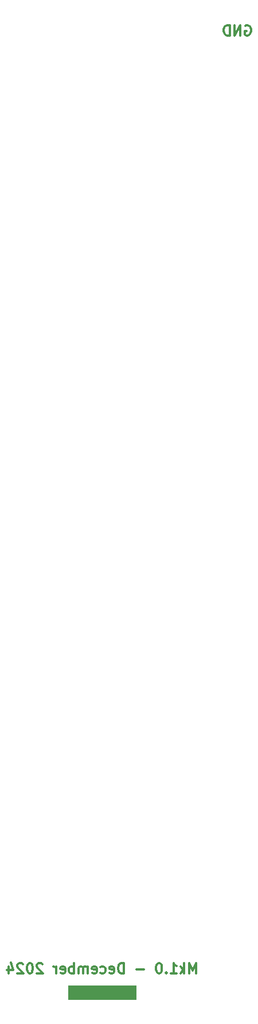
<source format=gbo>
%TF.GenerationSoftware,KiCad,Pcbnew,8.0.5*%
%TF.CreationDate,2024-12-03T23:29:58+01:00*%
%TF.ProjectId,DMH_Multiverter_PANEL,444d485f-4d75-46c7-9469-766572746572,rev?*%
%TF.SameCoordinates,Original*%
%TF.FileFunction,Legend,Bot*%
%TF.FilePolarity,Positive*%
%FSLAX46Y46*%
G04 Gerber Fmt 4.6, Leading zero omitted, Abs format (unit mm)*
G04 Created by KiCad (PCBNEW 8.0.5) date 2024-12-03 23:29:58*
%MOMM*%
%LPD*%
G01*
G04 APERTURE LIST*
%ADD10C,0.100000*%
%ADD11C,0.300000*%
%ADD12C,12.000000*%
%ADD13C,0.500000*%
%ADD14C,4.000000*%
%ADD15R,5.000000X10.000000*%
G04 APERTURE END LIST*
D10*
X70000000Y-225450000D02*
X80000000Y-225450000D01*
X80000000Y-227450000D01*
X70000000Y-227450000D01*
X70000000Y-225450000D01*
G36*
X70000000Y-225450000D02*
G01*
X80000000Y-225450000D01*
X80000000Y-227450000D01*
X70000000Y-227450000D01*
X70000000Y-225450000D01*
G37*
D11*
X88857141Y-223628328D02*
X88857141Y-222128328D01*
X88857141Y-222128328D02*
X88357141Y-223199757D01*
X88357141Y-223199757D02*
X87857141Y-222128328D01*
X87857141Y-222128328D02*
X87857141Y-223628328D01*
X87142855Y-223628328D02*
X87142855Y-222128328D01*
X86999998Y-223056900D02*
X86571426Y-223628328D01*
X86571426Y-222628328D02*
X87142855Y-223199757D01*
X85142854Y-223628328D02*
X85999997Y-223628328D01*
X85571426Y-223628328D02*
X85571426Y-222128328D01*
X85571426Y-222128328D02*
X85714283Y-222342614D01*
X85714283Y-222342614D02*
X85857140Y-222485471D01*
X85857140Y-222485471D02*
X85999997Y-222556900D01*
X84499998Y-223485471D02*
X84428569Y-223556900D01*
X84428569Y-223556900D02*
X84499998Y-223628328D01*
X84499998Y-223628328D02*
X84571426Y-223556900D01*
X84571426Y-223556900D02*
X84499998Y-223485471D01*
X84499998Y-223485471D02*
X84499998Y-223628328D01*
X83499997Y-222128328D02*
X83357140Y-222128328D01*
X83357140Y-222128328D02*
X83214283Y-222199757D01*
X83214283Y-222199757D02*
X83142855Y-222271185D01*
X83142855Y-222271185D02*
X83071426Y-222414042D01*
X83071426Y-222414042D02*
X82999997Y-222699757D01*
X82999997Y-222699757D02*
X82999997Y-223056900D01*
X82999997Y-223056900D02*
X83071426Y-223342614D01*
X83071426Y-223342614D02*
X83142855Y-223485471D01*
X83142855Y-223485471D02*
X83214283Y-223556900D01*
X83214283Y-223556900D02*
X83357140Y-223628328D01*
X83357140Y-223628328D02*
X83499997Y-223628328D01*
X83499997Y-223628328D02*
X83642855Y-223556900D01*
X83642855Y-223556900D02*
X83714283Y-223485471D01*
X83714283Y-223485471D02*
X83785712Y-223342614D01*
X83785712Y-223342614D02*
X83857140Y-223056900D01*
X83857140Y-223056900D02*
X83857140Y-222699757D01*
X83857140Y-222699757D02*
X83785712Y-222414042D01*
X83785712Y-222414042D02*
X83714283Y-222271185D01*
X83714283Y-222271185D02*
X83642855Y-222199757D01*
X83642855Y-222199757D02*
X83499997Y-222128328D01*
X81214284Y-223056900D02*
X80071427Y-223056900D01*
X78214284Y-223628328D02*
X78214284Y-222128328D01*
X78214284Y-222128328D02*
X77857141Y-222128328D01*
X77857141Y-222128328D02*
X77642855Y-222199757D01*
X77642855Y-222199757D02*
X77499998Y-222342614D01*
X77499998Y-222342614D02*
X77428569Y-222485471D01*
X77428569Y-222485471D02*
X77357141Y-222771185D01*
X77357141Y-222771185D02*
X77357141Y-222985471D01*
X77357141Y-222985471D02*
X77428569Y-223271185D01*
X77428569Y-223271185D02*
X77499998Y-223414042D01*
X77499998Y-223414042D02*
X77642855Y-223556900D01*
X77642855Y-223556900D02*
X77857141Y-223628328D01*
X77857141Y-223628328D02*
X78214284Y-223628328D01*
X76142855Y-223556900D02*
X76285712Y-223628328D01*
X76285712Y-223628328D02*
X76571427Y-223628328D01*
X76571427Y-223628328D02*
X76714284Y-223556900D01*
X76714284Y-223556900D02*
X76785712Y-223414042D01*
X76785712Y-223414042D02*
X76785712Y-222842614D01*
X76785712Y-222842614D02*
X76714284Y-222699757D01*
X76714284Y-222699757D02*
X76571427Y-222628328D01*
X76571427Y-222628328D02*
X76285712Y-222628328D01*
X76285712Y-222628328D02*
X76142855Y-222699757D01*
X76142855Y-222699757D02*
X76071427Y-222842614D01*
X76071427Y-222842614D02*
X76071427Y-222985471D01*
X76071427Y-222985471D02*
X76785712Y-223128328D01*
X74785713Y-223556900D02*
X74928570Y-223628328D01*
X74928570Y-223628328D02*
X75214284Y-223628328D01*
X75214284Y-223628328D02*
X75357141Y-223556900D01*
X75357141Y-223556900D02*
X75428570Y-223485471D01*
X75428570Y-223485471D02*
X75499998Y-223342614D01*
X75499998Y-223342614D02*
X75499998Y-222914042D01*
X75499998Y-222914042D02*
X75428570Y-222771185D01*
X75428570Y-222771185D02*
X75357141Y-222699757D01*
X75357141Y-222699757D02*
X75214284Y-222628328D01*
X75214284Y-222628328D02*
X74928570Y-222628328D01*
X74928570Y-222628328D02*
X74785713Y-222699757D01*
X73571427Y-223556900D02*
X73714284Y-223628328D01*
X73714284Y-223628328D02*
X73999999Y-223628328D01*
X73999999Y-223628328D02*
X74142856Y-223556900D01*
X74142856Y-223556900D02*
X74214284Y-223414042D01*
X74214284Y-223414042D02*
X74214284Y-222842614D01*
X74214284Y-222842614D02*
X74142856Y-222699757D01*
X74142856Y-222699757D02*
X73999999Y-222628328D01*
X73999999Y-222628328D02*
X73714284Y-222628328D01*
X73714284Y-222628328D02*
X73571427Y-222699757D01*
X73571427Y-222699757D02*
X73499999Y-222842614D01*
X73499999Y-222842614D02*
X73499999Y-222985471D01*
X73499999Y-222985471D02*
X74214284Y-223128328D01*
X72857142Y-223628328D02*
X72857142Y-222628328D01*
X72857142Y-222771185D02*
X72785713Y-222699757D01*
X72785713Y-222699757D02*
X72642856Y-222628328D01*
X72642856Y-222628328D02*
X72428570Y-222628328D01*
X72428570Y-222628328D02*
X72285713Y-222699757D01*
X72285713Y-222699757D02*
X72214285Y-222842614D01*
X72214285Y-222842614D02*
X72214285Y-223628328D01*
X72214285Y-222842614D02*
X72142856Y-222699757D01*
X72142856Y-222699757D02*
X71999999Y-222628328D01*
X71999999Y-222628328D02*
X71785713Y-222628328D01*
X71785713Y-222628328D02*
X71642856Y-222699757D01*
X71642856Y-222699757D02*
X71571427Y-222842614D01*
X71571427Y-222842614D02*
X71571427Y-223628328D01*
X70857142Y-223628328D02*
X70857142Y-222128328D01*
X70857142Y-222699757D02*
X70714285Y-222628328D01*
X70714285Y-222628328D02*
X70428570Y-222628328D01*
X70428570Y-222628328D02*
X70285713Y-222699757D01*
X70285713Y-222699757D02*
X70214285Y-222771185D01*
X70214285Y-222771185D02*
X70142856Y-222914042D01*
X70142856Y-222914042D02*
X70142856Y-223342614D01*
X70142856Y-223342614D02*
X70214285Y-223485471D01*
X70214285Y-223485471D02*
X70285713Y-223556900D01*
X70285713Y-223556900D02*
X70428570Y-223628328D01*
X70428570Y-223628328D02*
X70714285Y-223628328D01*
X70714285Y-223628328D02*
X70857142Y-223556900D01*
X68928570Y-223556900D02*
X69071427Y-223628328D01*
X69071427Y-223628328D02*
X69357142Y-223628328D01*
X69357142Y-223628328D02*
X69499999Y-223556900D01*
X69499999Y-223556900D02*
X69571427Y-223414042D01*
X69571427Y-223414042D02*
X69571427Y-222842614D01*
X69571427Y-222842614D02*
X69499999Y-222699757D01*
X69499999Y-222699757D02*
X69357142Y-222628328D01*
X69357142Y-222628328D02*
X69071427Y-222628328D01*
X69071427Y-222628328D02*
X68928570Y-222699757D01*
X68928570Y-222699757D02*
X68857142Y-222842614D01*
X68857142Y-222842614D02*
X68857142Y-222985471D01*
X68857142Y-222985471D02*
X69571427Y-223128328D01*
X68214285Y-223628328D02*
X68214285Y-222628328D01*
X68214285Y-222914042D02*
X68142856Y-222771185D01*
X68142856Y-222771185D02*
X68071428Y-222699757D01*
X68071428Y-222699757D02*
X67928570Y-222628328D01*
X67928570Y-222628328D02*
X67785713Y-222628328D01*
X66214285Y-222271185D02*
X66142857Y-222199757D01*
X66142857Y-222199757D02*
X66000000Y-222128328D01*
X66000000Y-222128328D02*
X65642857Y-222128328D01*
X65642857Y-222128328D02*
X65500000Y-222199757D01*
X65500000Y-222199757D02*
X65428571Y-222271185D01*
X65428571Y-222271185D02*
X65357142Y-222414042D01*
X65357142Y-222414042D02*
X65357142Y-222556900D01*
X65357142Y-222556900D02*
X65428571Y-222771185D01*
X65428571Y-222771185D02*
X66285714Y-223628328D01*
X66285714Y-223628328D02*
X65357142Y-223628328D01*
X64428571Y-222128328D02*
X64285714Y-222128328D01*
X64285714Y-222128328D02*
X64142857Y-222199757D01*
X64142857Y-222199757D02*
X64071429Y-222271185D01*
X64071429Y-222271185D02*
X64000000Y-222414042D01*
X64000000Y-222414042D02*
X63928571Y-222699757D01*
X63928571Y-222699757D02*
X63928571Y-223056900D01*
X63928571Y-223056900D02*
X64000000Y-223342614D01*
X64000000Y-223342614D02*
X64071429Y-223485471D01*
X64071429Y-223485471D02*
X64142857Y-223556900D01*
X64142857Y-223556900D02*
X64285714Y-223628328D01*
X64285714Y-223628328D02*
X64428571Y-223628328D01*
X64428571Y-223628328D02*
X64571429Y-223556900D01*
X64571429Y-223556900D02*
X64642857Y-223485471D01*
X64642857Y-223485471D02*
X64714286Y-223342614D01*
X64714286Y-223342614D02*
X64785714Y-223056900D01*
X64785714Y-223056900D02*
X64785714Y-222699757D01*
X64785714Y-222699757D02*
X64714286Y-222414042D01*
X64714286Y-222414042D02*
X64642857Y-222271185D01*
X64642857Y-222271185D02*
X64571429Y-222199757D01*
X64571429Y-222199757D02*
X64428571Y-222128328D01*
X63357143Y-222271185D02*
X63285715Y-222199757D01*
X63285715Y-222199757D02*
X63142858Y-222128328D01*
X63142858Y-222128328D02*
X62785715Y-222128328D01*
X62785715Y-222128328D02*
X62642858Y-222199757D01*
X62642858Y-222199757D02*
X62571429Y-222271185D01*
X62571429Y-222271185D02*
X62500000Y-222414042D01*
X62500000Y-222414042D02*
X62500000Y-222556900D01*
X62500000Y-222556900D02*
X62571429Y-222771185D01*
X62571429Y-222771185D02*
X63428572Y-223628328D01*
X63428572Y-223628328D02*
X62500000Y-223628328D01*
X61214287Y-222628328D02*
X61214287Y-223628328D01*
X61571429Y-222056900D02*
X61928572Y-223128328D01*
X61928572Y-223128328D02*
X61000001Y-223128328D01*
X96142856Y-83999757D02*
X96285714Y-83928328D01*
X96285714Y-83928328D02*
X96499999Y-83928328D01*
X96499999Y-83928328D02*
X96714285Y-83999757D01*
X96714285Y-83999757D02*
X96857142Y-84142614D01*
X96857142Y-84142614D02*
X96928571Y-84285471D01*
X96928571Y-84285471D02*
X96999999Y-84571185D01*
X96999999Y-84571185D02*
X96999999Y-84785471D01*
X96999999Y-84785471D02*
X96928571Y-85071185D01*
X96928571Y-85071185D02*
X96857142Y-85214042D01*
X96857142Y-85214042D02*
X96714285Y-85356900D01*
X96714285Y-85356900D02*
X96499999Y-85428328D01*
X96499999Y-85428328D02*
X96357142Y-85428328D01*
X96357142Y-85428328D02*
X96142856Y-85356900D01*
X96142856Y-85356900D02*
X96071428Y-85285471D01*
X96071428Y-85285471D02*
X96071428Y-84785471D01*
X96071428Y-84785471D02*
X96357142Y-84785471D01*
X95428571Y-85428328D02*
X95428571Y-83928328D01*
X95428571Y-83928328D02*
X94571428Y-85428328D01*
X94571428Y-85428328D02*
X94571428Y-83928328D01*
X93857142Y-85428328D02*
X93857142Y-83928328D01*
X93857142Y-83928328D02*
X93499999Y-83928328D01*
X93499999Y-83928328D02*
X93285713Y-83999757D01*
X93285713Y-83999757D02*
X93142856Y-84142614D01*
X93142856Y-84142614D02*
X93071427Y-84285471D01*
X93071427Y-84285471D02*
X92999999Y-84571185D01*
X92999999Y-84571185D02*
X92999999Y-84785471D01*
X92999999Y-84785471D02*
X93071427Y-85071185D01*
X93071427Y-85071185D02*
X93142856Y-85214042D01*
X93142856Y-85214042D02*
X93285713Y-85356900D01*
X93285713Y-85356900D02*
X93499999Y-85428328D01*
X93499999Y-85428328D02*
X93857142Y-85428328D01*
%LPC*%
D12*
%TO.C,H10*%
X83000000Y-97000000D03*
%TD*%
%TO.C,H7*%
X83000000Y-58750000D03*
%TD*%
D13*
%TO.C,H18*%
X69300000Y-159250000D03*
X70960000Y-155220000D03*
X70970000Y-163290000D03*
X75000000Y-153550000D03*
D12*
X75000000Y-159250000D03*
D13*
X75000000Y-164950000D03*
X79030000Y-163290000D03*
X79040000Y-155220000D03*
X80700000Y-159250000D03*
%TD*%
D14*
%TO.C,H3*%
X53500000Y-226500000D03*
%TD*%
D13*
%TO.C,H23*%
X52800000Y-192250000D03*
X54460000Y-188220000D03*
X54470000Y-196290000D03*
X58500000Y-186550000D03*
D12*
X58500000Y-192250000D03*
D13*
X58500000Y-197950000D03*
X62530000Y-196290000D03*
X62540000Y-188220000D03*
X64200000Y-192250000D03*
%TD*%
%TO.C,H27*%
X69300000Y-208750000D03*
X70960000Y-204720000D03*
X70970000Y-212790000D03*
X75000000Y-203050000D03*
D12*
X75000000Y-208750000D03*
D13*
X75000000Y-214450000D03*
X79030000Y-212790000D03*
X79040000Y-204720000D03*
X80700000Y-208750000D03*
%TD*%
%TO.C,H12*%
X69300000Y-126250000D03*
X70960000Y-122220000D03*
X70970000Y-130290000D03*
X75000000Y-120550000D03*
D12*
X75000000Y-126250000D03*
D13*
X75000000Y-131950000D03*
X79030000Y-130290000D03*
X79040000Y-122220000D03*
X80700000Y-126250000D03*
%TD*%
%TO.C,H5*%
X52800000Y-50000000D03*
X54460000Y-45970000D03*
X54470000Y-54040000D03*
X58500000Y-44300000D03*
D12*
X58500000Y-50000000D03*
D13*
X58500000Y-55700000D03*
X62530000Y-54040000D03*
X62540000Y-45970000D03*
X64200000Y-50000000D03*
%TD*%
%TO.C,H22*%
X85800000Y-175750000D03*
X87460000Y-171720000D03*
X87470000Y-179790000D03*
X91500000Y-170050000D03*
D12*
X91500000Y-175750000D03*
D13*
X91500000Y-181450000D03*
X95530000Y-179790000D03*
X95540000Y-171720000D03*
X97200000Y-175750000D03*
%TD*%
%TO.C,H15*%
X69300000Y-142750000D03*
X70960000Y-138720000D03*
X70970000Y-146790000D03*
X75000000Y-137050000D03*
D12*
X75000000Y-142750000D03*
D13*
X75000000Y-148450000D03*
X79030000Y-146790000D03*
X79040000Y-138720000D03*
X80700000Y-142750000D03*
%TD*%
%TO.C,H24*%
X69300000Y-192250000D03*
X70960000Y-188220000D03*
X70970000Y-196290000D03*
X75000000Y-186550000D03*
D12*
X75000000Y-192250000D03*
D13*
X75000000Y-197950000D03*
X79030000Y-196290000D03*
X79040000Y-188220000D03*
X80700000Y-192250000D03*
%TD*%
%TO.C,H8*%
X52800000Y-88250000D03*
X54460000Y-84220000D03*
X54470000Y-92290000D03*
X58500000Y-82550000D03*
D12*
X58500000Y-88250000D03*
D13*
X58500000Y-93950000D03*
X62530000Y-92290000D03*
X62540000Y-84220000D03*
X64200000Y-88250000D03*
%TD*%
%TO.C,H26*%
X52800000Y-208750000D03*
X54460000Y-204720000D03*
X54470000Y-212790000D03*
X58500000Y-203050000D03*
D12*
X58500000Y-208750000D03*
D13*
X58500000Y-214450000D03*
X62530000Y-212790000D03*
X62540000Y-204720000D03*
X64200000Y-208750000D03*
%TD*%
%TO.C,H28*%
X85800000Y-208750000D03*
X87460000Y-204720000D03*
X87470000Y-212790000D03*
X91500000Y-203050000D03*
D12*
X91500000Y-208750000D03*
D13*
X91500000Y-214450000D03*
X95530000Y-212790000D03*
X95540000Y-204720000D03*
X97200000Y-208750000D03*
%TD*%
%TO.C,H21*%
X69300000Y-175750000D03*
X70960000Y-171720000D03*
X70970000Y-179790000D03*
X75000000Y-170050000D03*
D12*
X75000000Y-175750000D03*
D13*
X75000000Y-181450000D03*
X79030000Y-179790000D03*
X79040000Y-171720000D03*
X80700000Y-175750000D03*
%TD*%
%TO.C,H25*%
X85800000Y-192250000D03*
X87460000Y-188220000D03*
X87470000Y-196290000D03*
X91500000Y-186550000D03*
D12*
X91500000Y-192250000D03*
D13*
X91500000Y-197950000D03*
X95530000Y-196290000D03*
X95540000Y-188220000D03*
X97200000Y-192250000D03*
%TD*%
%TO.C,H11*%
X52800000Y-126250000D03*
X54460000Y-122220000D03*
X54470000Y-130290000D03*
X58500000Y-120550000D03*
D12*
X58500000Y-126250000D03*
D13*
X58500000Y-131950000D03*
X62530000Y-130290000D03*
X62540000Y-122220000D03*
X64200000Y-126250000D03*
%TD*%
%TO.C,H17*%
X52800000Y-159250000D03*
X54460000Y-155220000D03*
X54470000Y-163290000D03*
X58500000Y-153550000D03*
D12*
X58500000Y-159250000D03*
D13*
X58500000Y-164950000D03*
X62530000Y-163290000D03*
X62540000Y-155220000D03*
X64200000Y-159250000D03*
%TD*%
%TO.C,H16*%
X85800000Y-142750000D03*
X87460000Y-138720000D03*
X87470000Y-146790000D03*
X91500000Y-137050000D03*
D12*
X91500000Y-142750000D03*
D13*
X91500000Y-148450000D03*
X95530000Y-146790000D03*
X95540000Y-138720000D03*
X97200000Y-142750000D03*
%TD*%
%TO.C,H9*%
X52800000Y-105250000D03*
X54460000Y-101220000D03*
X54470000Y-109290000D03*
X58500000Y-99550000D03*
D12*
X58500000Y-105250000D03*
D13*
X58500000Y-110950000D03*
X62530000Y-109290000D03*
X62540000Y-101220000D03*
X64200000Y-105250000D03*
%TD*%
D14*
%TO.C,H2*%
X96500000Y-33500000D03*
%TD*%
%TO.C,H4*%
X96500000Y-226500000D03*
%TD*%
D13*
%TO.C,H14*%
X52800000Y-142750000D03*
X54460000Y-138720000D03*
X54470000Y-146790000D03*
X58500000Y-137050000D03*
D12*
X58500000Y-142750000D03*
D13*
X58500000Y-148450000D03*
X62530000Y-146790000D03*
X62540000Y-138720000D03*
X64200000Y-142750000D03*
%TD*%
%TO.C,H20*%
X52800000Y-175750000D03*
X54460000Y-171720000D03*
X54470000Y-179790000D03*
X58500000Y-170050000D03*
D12*
X58500000Y-175750000D03*
D13*
X58500000Y-181450000D03*
X62530000Y-179790000D03*
X62540000Y-171720000D03*
X64200000Y-175750000D03*
%TD*%
%TO.C,H6*%
X52800000Y-67000000D03*
X54460000Y-62970000D03*
X54470000Y-71040000D03*
X58500000Y-61300000D03*
D12*
X58500000Y-67000000D03*
D13*
X58500000Y-72700000D03*
X62530000Y-71040000D03*
X62540000Y-62970000D03*
X64200000Y-67000000D03*
%TD*%
D14*
%TO.C,H1*%
X53500000Y-33500000D03*
%TD*%
D13*
%TO.C,H13*%
X85800000Y-126250000D03*
X87460000Y-122220000D03*
X87470000Y-130290000D03*
X91500000Y-120550000D03*
D12*
X91500000Y-126250000D03*
D13*
X91500000Y-131950000D03*
X95530000Y-130290000D03*
X95540000Y-122220000D03*
X97200000Y-126250000D03*
%TD*%
%TO.C,H19*%
X85800000Y-159250000D03*
X87460000Y-155220000D03*
X87470000Y-163290000D03*
X91500000Y-153550000D03*
D12*
X91500000Y-159250000D03*
D13*
X91500000Y-164950000D03*
X95530000Y-163290000D03*
X95540000Y-155220000D03*
X97200000Y-159250000D03*
%TD*%
D15*
%TO.C,J0*%
X95000000Y-78000000D03*
%TD*%
%LPD*%
M02*

</source>
